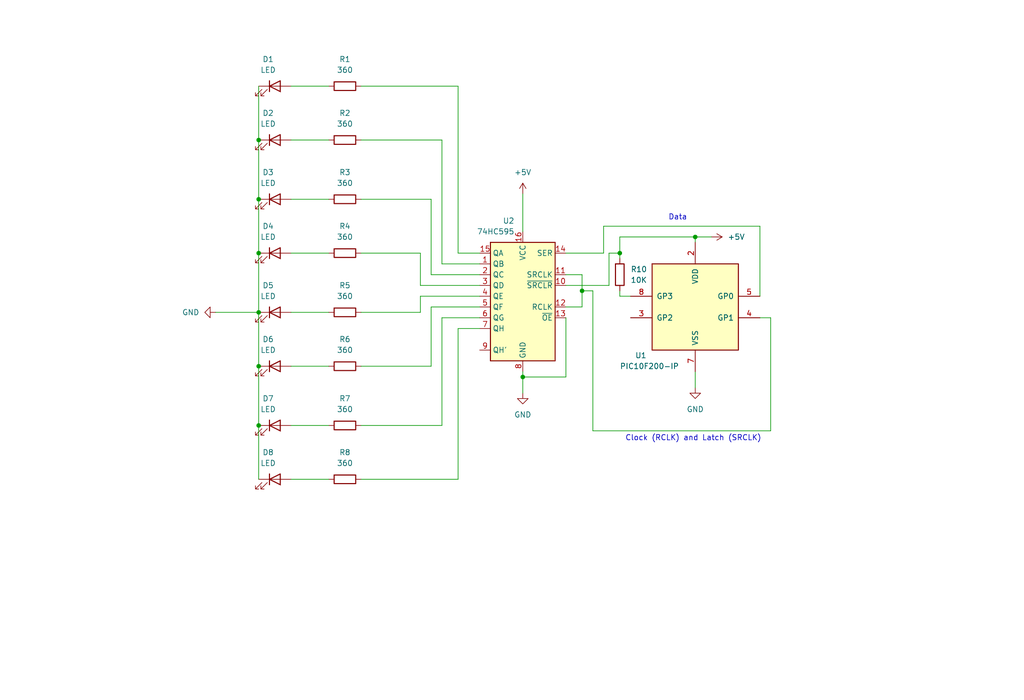
<source format=kicad_sch>
(kicad_sch (version 20230121) (generator eeschema)
  (paper "User" 241.3 165.1)
  (title_block (title "PIC10F200 and 74HC595 two wires setup") (company "Ricardo Lima Caratti"))
  (lib_symbols
    (symbol "74xx:74HC595"
      (property "Reference" "U" (at -7.62 13.97 0))
      (property "Value" "74HC595" (at -7.62 -16.51 0))
      (symbol "74HC595_1_0"
        (pin tri_state line (at 10.16 7.62 180) (length 2.54) (name "QB") (number "1"))
        (pin input line (at -10.16 2.54 0) (length 2.54) (name "~{SRCLR}") (number "10"))
        (pin input line (at -10.16 5.08 0) (length 2.54) (name "SRCLK") (number "11"))
        (pin input line (at -10.16 -2.54 0) (length 2.54) (name "RCLK") (number "12"))
        (pin input line (at -10.16 -5.08 0) (length 2.54) (name "~{OE}") (number "13"))
        (pin input line (at -10.16 10.16 0) (length 2.54) (name "SER") (number "14"))
        (pin tri_state line (at 10.16 10.16 180) (length 2.54) (name "QA") (number "15"))
        (pin power_in line (at 0 15.24 270) (length 2.54) (name "VCC") (number "16"))
        (pin tri_state line (at 10.16 5.08 180) (length 2.54) (name "QC") (number "2"))
        (pin tri_state line (at 10.16 2.54 180) (length 2.54) (name "QD") (number "3"))
        (pin tri_state line (at 10.16 0 180) (length 2.54) (name "QE") (number "4"))
        (pin tri_state line (at 10.16 -2.54 180) (length 2.54) (name "QF") (number "5"))
        (pin tri_state line (at 10.16 -5.08 180) (length 2.54) (name "QG") (number "6"))
        (pin tri_state line (at 10.16 -7.62 180) (length 2.54) (name "QH") (number "7"))
        (pin power_in line (at 0 -17.78 90) (length 2.54) (name "GND") (number "8"))
        (pin output line (at 10.16 -12.7 180) (length 2.54) (name "QH'") (number "9"))
      )
      (symbol "74HC595_1_1"
        (rectangle (start -7.62 12.7) (end 7.62 -15.24) (stroke (width 0.254)) (fill (type background)))
      )
    )
    (symbol "Device:LED" (pin_numbers hide) (pin_names (offset 1.016) hide)
      (property "Reference" "D" (at 0 2.54 0))
      (property "Value" "LED" (at 0 -2.54 0))
      (symbol "LED_0_1"
        (polyline (pts (xy -1.27 -1.27) (xy -1.27 1.27)) (stroke (width 0.254)))
        (polyline (pts (xy -1.27 0) (xy 1.27 0)))
        (polyline (pts (xy 1.27 -1.27) (xy 1.27 1.27) (xy -1.27 0) (xy 1.27 -1.27)) (stroke (width 0.254)))
        (polyline (pts (xy -3.048 -0.762) (xy -4.572 -2.286) (xy -3.81 -2.286) (xy -4.572 -2.286) (xy -4.572 -1.524)))
        (polyline (pts (xy -1.778 -0.762) (xy -3.302 -2.286) (xy -2.54 -2.286) (xy -3.302 -2.286) (xy -3.302 -1.524)))
      )
      (symbol "LED_1_1"
        (pin passive line (at -3.81 0 0) (length 2.54) (name "K") (number "1"))
        (pin passive line (at 3.81 0 180) (length 2.54) (name "A") (number "2"))
      )
    )
    (symbol "Device:R" (pin_numbers hide) (pin_names (offset 0))
      (property "Reference" "R" (at 2.032 0 90))
      (property "Value" "R" (at 0 0 90))
      (symbol "R_0_1"
        (rectangle (start -1.016 -2.54) (end 1.016 2.54) (stroke (width 0.254)))
      )
      (symbol "R_1_1"
        (pin passive line (at 0 3.81 270) (length 1.27) (name "~") (number "1"))
        (pin passive line (at 0 -3.81 90) (length 1.27) (name "~") (number "2"))
      )
    )
    (symbol "MCU_Microchip_PIC10:PIC10F200-IP" (pin_names (offset 1.016))
      (property "Reference" "U" (at 1.27 13.97 0))
      (property "Value" "PIC10F200-IP" (at 1.27 11.43 0))
      (symbol "PIC10F200-IP_0_1"
        (rectangle (start -10.16 10.16) (end 10.16 -10.16) (stroke (width 0.254)) (fill (type background)))
      )
      (symbol "PIC10F200-IP_1_1"
        (pin power_in line (at 0 15.24 270) (length 5.08) (name "VDD") (number "2"))
        (pin bidirectional line (at 15.24 -2.54 180) (length 5.08) (name "GP2") (number "3"))
        (pin bidirectional line (at -15.24 -2.54 0) (length 5.08) (name "GP1") (number "4"))
        (pin bidirectional line (at -15.24 2.54 0) (length 5.08) (name "GP0") (number "5"))
        (pin power_in line (at 0 -15.24 90) (length 5.08) (name "VSS") (number "7"))
        (pin input line (at 15.24 2.54 180) (length 5.08) (name "GP3") (number "8"))
      )
    )
    (symbol "power:+5V" (power) (pin_names (offset 0))
      (property "Value" "+5V" (at 0 3.556 0))
      (symbol "+5V_0_1"
        (polyline (pts (xy -0.762 1.27) (xy 0 2.54)))
        (polyline (pts (xy 0 0) (xy 0 2.54)))
        (polyline (pts (xy 0 2.54) (xy 0.762 1.27)))
      )
      (symbol "+5V_1_1"
        (pin power_in line (at 0 0 90) (length 0) hide (name "+5V") (number "1"))
      )
    )
    (symbol "power:GND" (power) (pin_names (offset 0))
      (property "Value" "GND" (at 0 -3.81 0))
      (symbol "GND_0_1"
        (polyline (pts (xy 0 0) (xy 0 -1.27) (xy 1.27 -1.27) (xy 0 -2.54) (xy -1.27 -1.27) (xy 0 -1.27)))
      )
      (symbol "GND_1_1"
        (pin power_in line (at 0 0 270) (length 0) hide (name "GND") (number "1"))
      )
    )
  )
  (junction (at 123.19 88.9))
  (junction (at 60.96 59.69))
  (junction (at 60.96 73.66))
  (junction (at 60.96 86.36))
  (junction (at 60.96 100.33))
  (junction (at 163.83 55.88))
  (junction (at 60.96 33.02))
  (junction (at 146.05 59.69))
  (junction (at 60.96 46.99))
  (junction (at 137.16 68.58))
  (wire (pts (xy 68.58 86.36) (xy 77.47 86.36)))
  (wire (pts (xy 60.96 86.36) (xy 60.96 100.33)))
  (wire (pts (xy 137.16 68.58) (xy 137.16 72.39)))
  (wire (pts (xy 137.16 72.39) (xy 133.35 72.39)))
  (wire (pts (xy 85.09 113.03) (xy 107.95 113.03)))
  (wire (pts (xy 133.35 59.69) (xy 142.24 59.69)))
  (wire (pts (xy 60.96 20.32) (xy 60.96 33.02)))
  (wire (pts (xy 68.58 20.32) (xy 77.47 20.32)))
  (wire (pts (xy 133.35 64.77) (xy 137.16 64.77)))
  (wire (pts (xy 163.83 87.63) (xy 163.83 91.44)))
  (wire (pts (xy 60.96 59.69) (xy 60.96 73.66)))
  (wire (pts (xy 60.96 33.02) (xy 60.96 46.99)))
  (wire (pts (xy 148.59 69.85) (xy 146.05 69.85)))
  (wire (pts (xy 104.14 33.02) (xy 85.09 33.02)))
  (wire (pts (xy 133.35 67.31) (xy 143.51 67.31)))
  (wire (pts (xy 60.96 46.99) (xy 60.96 59.69)))
  (wire (pts (xy 113.03 69.85) (xy 99.06 69.85)))
  (wire (pts (xy 104.14 74.93) (xy 104.14 100.33)))
  (wire (pts (xy 123.19 88.9) (xy 123.19 92.71)))
  (wire (pts (xy 181.61 74.93) (xy 181.61 101.6)))
  (wire (pts (xy 101.6 64.77) (xy 101.6 46.99)))
  (wire (pts (xy 60.96 73.66) (xy 60.96 86.36)))
  (wire (pts (xy 163.83 57.15) (xy 163.83 55.88)))
  (wire (pts (xy 137.16 64.77) (xy 137.16 68.58)))
  (wire (pts (xy 104.14 62.23) (xy 104.14 33.02)))
  (wire (pts (xy 123.19 87.63) (xy 123.19 88.9)))
  (wire (pts (xy 113.03 77.47) (xy 107.95 77.47)))
  (wire (pts (xy 68.58 46.99) (xy 77.47 46.99)))
  (wire (pts (xy 107.95 77.47) (xy 107.95 113.03)))
  (wire (pts (xy 146.05 55.88) (xy 163.83 55.88)))
  (wire (pts (xy 99.06 59.69) (xy 85.09 59.69)))
  (wire (pts (xy 68.58 113.03) (xy 77.47 113.03)))
  (wire (pts (xy 139.7 101.6) (xy 139.7 68.58)))
  (wire (pts (xy 113.03 62.23) (xy 104.14 62.23)))
  (wire (pts (xy 113.03 74.93) (xy 104.14 74.93)))
  (wire (pts (xy 68.58 59.69) (xy 77.47 59.69)))
  (wire (pts (xy 123.19 45.72) (xy 123.19 54.61)))
  (wire (pts (xy 133.35 74.93) (xy 133.35 88.9)))
  (wire (pts (xy 146.05 68.58) (xy 146.05 69.85)))
  (wire (pts (xy 107.95 20.32) (xy 107.95 59.69)))
  (wire (pts (xy 68.58 73.66) (xy 77.47 73.66)))
  (wire (pts (xy 113.03 64.77) (xy 101.6 64.77)))
  (wire (pts (xy 99.06 67.31) (xy 99.06 59.69)))
  (wire (pts (xy 99.06 69.85) (xy 99.06 73.66)))
  (wire (pts (xy 50.8 73.66) (xy 60.96 73.66)))
  (wire (pts (xy 60.96 100.33) (xy 60.96 113.03)))
  (wire (pts (xy 163.83 55.88) (xy 167.64 55.88)))
  (wire (pts (xy 179.07 53.34) (xy 179.07 69.85)))
  (wire (pts (xy 179.07 74.93) (xy 181.61 74.93)))
  (wire (pts (xy 146.05 60.96) (xy 146.05 59.69)))
  (wire (pts (xy 143.51 59.69) (xy 146.05 59.69)))
  (wire (pts (xy 85.09 73.66) (xy 99.06 73.66)))
  (wire (pts (xy 85.09 86.36) (xy 101.6 86.36)))
  (wire (pts (xy 85.09 20.32) (xy 107.95 20.32)))
  (wire (pts (xy 101.6 72.39) (xy 101.6 86.36)))
  (wire (pts (xy 143.51 67.31) (xy 143.51 59.69)))
  (wire (pts (xy 142.24 59.69) (xy 142.24 53.34)))
  (wire (pts (xy 68.58 33.02) (xy 77.47 33.02)))
  (wire (pts (xy 107.95 59.69) (xy 113.03 59.69)))
  (wire (pts (xy 113.03 67.31) (xy 99.06 67.31)))
  (wire (pts (xy 85.09 100.33) (xy 104.14 100.33)))
  (wire (pts (xy 123.19 88.9) (xy 133.35 88.9)))
  (wire (pts (xy 181.61 101.6) (xy 139.7 101.6)))
  (wire (pts (xy 68.58 100.33) (xy 77.47 100.33)))
  (wire (pts (xy 142.24 53.34) (xy 179.07 53.34)))
  (wire (pts (xy 113.03 72.39) (xy 101.6 72.39)))
  (wire (pts (xy 146.05 59.69) (xy 146.05 55.88)))
  (wire (pts (xy 101.6 46.99) (xy 85.09 46.99)))
  (wire (pts (xy 139.7 68.58) (xy 137.16 68.58)))
  (text "Data" (at 157.48 52.07 0) (effects (font (size 1.27 1.27)) (justify left bottom)))
  (text "Clock (RCLK) and Latch (SRCLK)" (at 147.32 104.14 0) (effects (font (size 1.27 1.27)) (justify left bottom)))
  (symbol (lib_id "Device:R") (at 81.28 33.02 90) (unit 1)
    (property "Reference" "R2" (at 81.28 26.67 90))
    (property "Value" "360" (at 81.28 29.21 90))
  )
  (symbol (lib_id "Device:R") (at 81.28 20.32 90) (unit 1)
    (property "Reference" "R1" (at 81.28 13.97 90))
    (property "Value" "360" (at 81.28 16.51 90))
  )
  (symbol (lib_id "Device:LED") (at 64.77 33.02 0) (unit 1)
    (property "Reference" "D2" (at 63.1825 26.67 0))
    (property "Value" "LED" (at 63.1825 29.21 0))
  )
  (symbol (lib_id "Device:LED") (at 64.77 20.32 0) (unit 1)
    (property "Reference" "D1" (at 63.1825 13.97 0))
    (property "Value" "LED" (at 63.1825 16.51 0))
  )
  (symbol (lib_id "74xx:74HC595") (at 123.19 69.85 0) (mirror y) (unit 1)
    (property "Reference" "U2" (at 121.2341 52.07 0) (effects (justify left)))
    (property "Value" "74HC595" (at 121.2341 54.61 0) (effects (justify left)))
    (property "Datasheet" "http://www.ti.com/lit/ds/symlink/sn74hc595.pdf" (effects hide))
  )
  (symbol (lib_id "Device:LED") (at 64.77 46.99 0) (unit 1)
    (property "Reference" "D3" (at 63.1825 40.64 0))
    (property "Value" "LED" (at 63.1825 43.18 0))
  )
  (symbol (lib_id "Device:LED") (at 64.77 113.03 0) (unit 1)
    (property "Reference" "D8" (at 63.1825 106.68 0))
    (property "Value" "LED" (at 63.1825 109.22 0))
  )
  (symbol (lib_id "Device:R") (at 146.05 64.77 180) (unit 1)
    (property "Reference" "R10" (at 148.59 63.5 0) (effects (justify right)))
    (property "Value" "10K" (at 148.59 66.04 0) (effects (justify right)))
  )
  (symbol (lib_id "Device:R") (at 81.28 113.03 90) (unit 1)
    (property "Reference" "R8" (at 81.28 106.68 90))
    (property "Value" "360" (at 81.28 109.22 90))
  )
  (symbol (lib_id "power:+5V") (at 123.19 45.72 0) (unit 1)
    (property "Reference" "#PWR01" (effects hide))
    (property "Value" "+5V" (at 123.19 40.64 0))
  )
  (symbol (lib_id "Device:R") (at 81.28 73.66 90) (unit 1)
    (property "Reference" "R5" (at 81.28 67.31 90))
    (property "Value" "360" (at 81.28 69.85 90))
  )
  (symbol (lib_id "Device:R") (at 81.28 59.69 90) (unit 1)
    (property "Reference" "R4" (at 81.28 53.34 90))
    (property "Value" "360" (at 81.28 55.88 90))
  )
  (symbol (lib_id "Device:R") (at 81.28 86.36 90) (unit 1)
    (property "Reference" "R6" (at 81.28 80.01 90))
    (property "Value" "360" (at 81.28 82.55 90))
  )
  (symbol (lib_id "Device:R") (at 81.28 100.33 90) (unit 1)
    (property "Reference" "R7" (at 81.28 93.98 90))
    (property "Value" "360" (at 81.28 96.52 90))
  )
  (symbol (lib_id "power:GND") (at 123.19 92.71 0) (unit 1)
    (property "Reference" "#PWR04" (effects hide))
    (property "Value" "GND" (at 123.19 97.79 0))
  )
  (symbol (lib_id "Device:R") (at 81.28 46.99 90) (unit 1)
    (property "Reference" "R3" (at 81.28 40.64 90))
    (property "Value" "360" (at 81.28 43.18 90))
  )
  (symbol (lib_id "MCU_Microchip_PIC10:PIC10F200-IP") (at 163.83 72.39 0) (mirror y) (unit 1)
    (property "Reference" "U1" (at 152.4 83.82 0) (effects (justify left)))
    (property "Value" "PIC10F200-IP" (at 160.02 86.36 0) (effects (justify left)))
    (property "Footprint" "Package_DIP:DIP-8_W7.62mm" (effects hide))
    (property "Datasheet" "http://ww1.microchip.com/downloads/en/DeviceDoc/41239D.pdf" (effects hide))
  )
  (symbol (lib_id "Device:LED") (at 64.77 73.66 0) (unit 1)
    (property "Reference" "D5" (at 63.1825 67.31 0))
    (property "Value" "LED" (at 63.1825 69.85 0))
  )
  (symbol (lib_id "Device:LED") (at 64.77 86.36 0) (unit 1)
    (property "Reference" "D6" (at 63.1825 80.01 0))
    (property "Value" "LED" (at 63.1825 82.55 0))
  )
  (symbol (lib_id "power:+5V") (at 167.64 55.88 270) (unit 1)
    (property "Reference" "#PWR05" (effects hide))
    (property "Value" "+5V" (at 171.45 55.88 90) (effects (justify left)))
  )
  (symbol (lib_id "Device:LED") (at 64.77 59.69 0) (unit 1)
    (property "Reference" "D4" (at 63.1825 53.34 0))
    (property "Value" "LED" (at 63.1825 55.88 0))
  )
  (symbol (lib_id "power:GND") (at 163.83 91.44 0) (unit 1)
    (property "Reference" "#PWR02" (effects hide))
    (property "Value" "GND" (at 163.83 96.52 0))
  )
  (symbol (lib_id "Device:LED") (at 64.77 100.33 0) (unit 1)
    (property "Reference" "D7" (at 63.1825 93.98 0))
    (property "Value" "LED" (at 63.1825 96.52 0))
  )
  (symbol (lib_id "power:GND") (at 50.8 73.66 270) (unit 1)
    (property "Reference" "#PWR03" (effects hide))
    (property "Value" "GND" (at 46.99 73.66 90) (effects (justify right)))
  )
)
</source>
